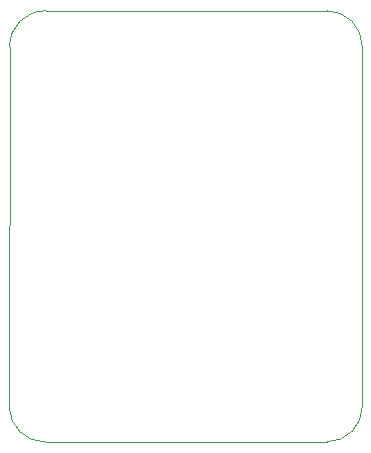
<source format=gbr>
%TF.GenerationSoftware,KiCad,Pcbnew,8.0.5*%
%TF.CreationDate,2024-11-27T14:16:47+01:00*%
%TF.ProjectId,TOF_PCB,544f465f-5043-4422-9e6b-696361645f70,rev?*%
%TF.SameCoordinates,Original*%
%TF.FileFunction,Profile,NP*%
%FSLAX46Y46*%
G04 Gerber Fmt 4.6, Leading zero omitted, Abs format (unit mm)*
G04 Created by KiCad (PCBNEW 8.0.5) date 2024-11-27 14:16:47*
%MOMM*%
%LPD*%
G01*
G04 APERTURE LIST*
%TA.AperFunction,Profile*%
%ADD10C,0.050000*%
%TD*%
G04 APERTURE END LIST*
D10*
X190500000Y-117500000D02*
G75*
G02*
X187500000Y-120500000I-3000000J0D01*
G01*
X190500000Y-87000000D02*
X190500000Y-117500000D01*
X160600000Y-117550000D02*
X160638140Y-87049204D01*
X163621320Y-120500841D02*
X187500000Y-120500000D01*
X187500000Y-84000000D02*
G75*
G02*
X190500000Y-87000000I0J-3000000D01*
G01*
X163700000Y-84000001D02*
X187500000Y-84000000D01*
X160638140Y-87049204D02*
G75*
G02*
X163700001Y-83999969I3000260J49204D01*
G01*
X163621320Y-120500841D02*
G75*
G02*
X160600000Y-117550000I-20J3022141D01*
G01*
M02*

</source>
